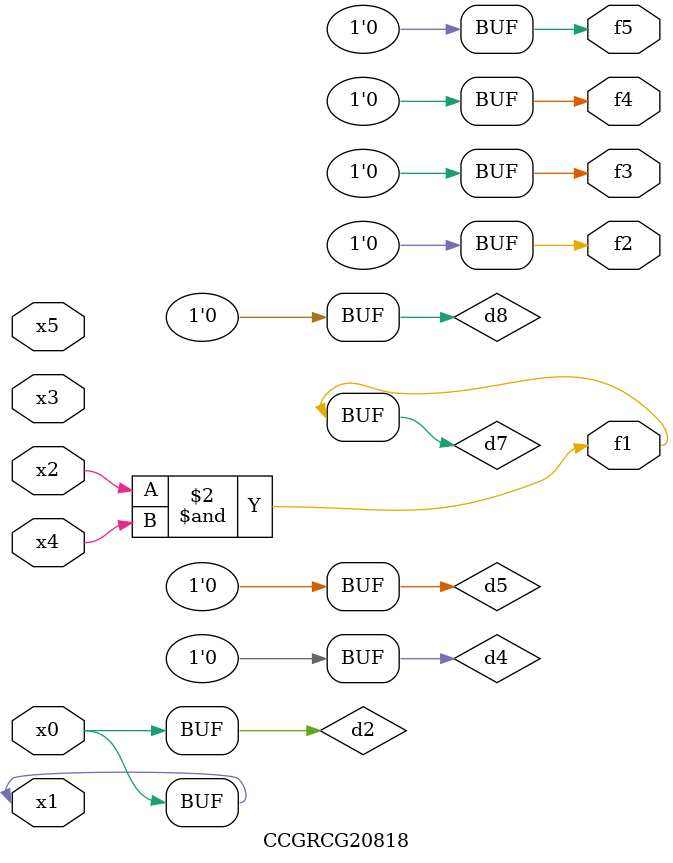
<source format=v>
module CCGRCG20818(
	input x0, x1, x2, x3, x4, x5,
	output f1, f2, f3, f4, f5
);

	wire d1, d2, d3, d4, d5, d6, d7, d8, d9;

	nand (d1, x1);
	buf (d2, x0, x1);
	nand (d3, x2, x4);
	and (d4, d1, d2);
	and (d5, d1, d2);
	nand (d6, d1, d3);
	not (d7, d3);
	xor (d8, d5);
	nor (d9, d5, d6);
	assign f1 = d7;
	assign f2 = d8;
	assign f3 = d8;
	assign f4 = d8;
	assign f5 = d8;
endmodule

</source>
